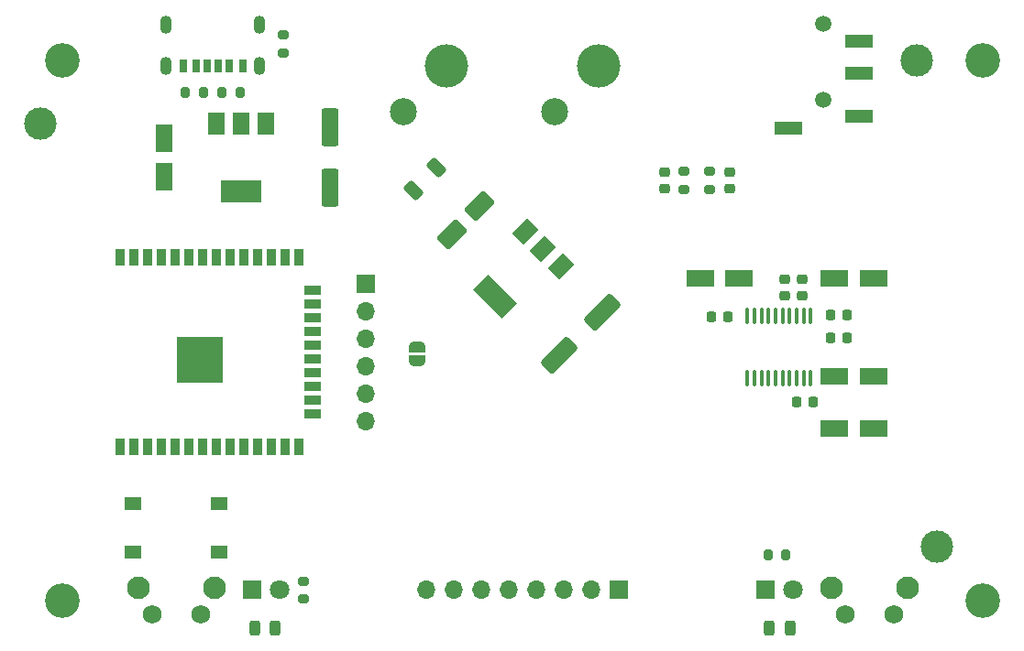
<source format=gts>
G04 #@! TF.GenerationSoftware,KiCad,Pcbnew,7.0.0-da2b9df05c~163~ubuntu22.04.1*
G04 #@! TF.CreationDate,2023-02-20T23:21:24+01:00*
G04 #@! TF.ProjectId,Bluetooth_receiver,426c7565-746f-46f7-9468-5f7265636569,rev?*
G04 #@! TF.SameCoordinates,Original*
G04 #@! TF.FileFunction,Soldermask,Top*
G04 #@! TF.FilePolarity,Negative*
%FSLAX46Y46*%
G04 Gerber Fmt 4.6, Leading zero omitted, Abs format (unit mm)*
G04 Created by KiCad (PCBNEW 7.0.0-da2b9df05c~163~ubuntu22.04.1) date 2023-02-20 23:21:24*
%MOMM*%
%LPD*%
G01*
G04 APERTURE LIST*
G04 Aperture macros list*
%AMRoundRect*
0 Rectangle with rounded corners*
0 $1 Rounding radius*
0 $2 $3 $4 $5 $6 $7 $8 $9 X,Y pos of 4 corners*
0 Add a 4 corners polygon primitive as box body*
4,1,4,$2,$3,$4,$5,$6,$7,$8,$9,$2,$3,0*
0 Add four circle primitives for the rounded corners*
1,1,$1+$1,$2,$3*
1,1,$1+$1,$4,$5*
1,1,$1+$1,$6,$7*
1,1,$1+$1,$8,$9*
0 Add four rect primitives between the rounded corners*
20,1,$1+$1,$2,$3,$4,$5,0*
20,1,$1+$1,$4,$5,$6,$7,0*
20,1,$1+$1,$6,$7,$8,$9,0*
20,1,$1+$1,$8,$9,$2,$3,0*%
%AMRotRect*
0 Rectangle, with rotation*
0 The origin of the aperture is its center*
0 $1 length*
0 $2 width*
0 $3 Rotation angle, in degrees counterclockwise*
0 Add horizontal line*
21,1,$1,$2,0,0,$3*%
%AMFreePoly0*
4,1,19,0.500000,-0.750000,0.000000,-0.750000,0.000000,-0.744911,-0.071157,-0.744911,-0.207708,-0.704816,-0.327430,-0.627875,-0.420627,-0.520320,-0.479746,-0.390866,-0.500000,-0.250000,-0.500000,0.250000,-0.479746,0.390866,-0.420627,0.520320,-0.327430,0.627875,-0.207708,0.704816,-0.071157,0.744911,0.000000,0.744911,0.000000,0.750000,0.500000,0.750000,0.500000,-0.750000,0.500000,-0.750000,
$1*%
%AMFreePoly1*
4,1,19,0.000000,0.744911,0.071157,0.744911,0.207708,0.704816,0.327430,0.627875,0.420627,0.520320,0.479746,0.390866,0.500000,0.250000,0.500000,-0.250000,0.479746,-0.390866,0.420627,-0.520320,0.327430,-0.627875,0.207708,-0.704816,0.071157,-0.744911,0.000000,-0.744911,0.000000,-0.750000,-0.500000,-0.750000,-0.500000,0.750000,0.000000,0.750000,0.000000,0.744911,0.000000,0.744911,
$1*%
G04 Aperture macros list end*
%ADD10C,3.000000*%
%ADD11RoundRect,0.243750X-0.243750X-0.456250X0.243750X-0.456250X0.243750X0.456250X-0.243750X0.456250X0*%
%ADD12R,0.700000X1.200000*%
%ADD13R,0.760000X1.200000*%
%ADD14R,0.800000X1.200000*%
%ADD15O,1.100000X1.700000*%
%ADD16RoundRect,0.250000X-1.050000X-0.550000X1.050000X-0.550000X1.050000X0.550000X-1.050000X0.550000X0*%
%ADD17C,3.200000*%
%ADD18RoundRect,0.200000X-0.275000X0.200000X-0.275000X-0.200000X0.275000X-0.200000X0.275000X0.200000X0*%
%ADD19R,1.500000X2.000000*%
%ADD20R,3.800000X2.000000*%
%ADD21C,2.500000*%
%ADD22C,4.000000*%
%ADD23RoundRect,0.225000X-0.250000X0.225000X-0.250000X-0.225000X0.250000X-0.225000X0.250000X0.225000X0*%
%ADD24RoundRect,0.225000X0.225000X0.250000X-0.225000X0.250000X-0.225000X-0.250000X0.225000X-0.250000X0*%
%ADD25RoundRect,0.200000X0.200000X0.275000X-0.200000X0.275000X-0.200000X-0.275000X0.200000X-0.275000X0*%
%ADD26RoundRect,0.200000X0.275000X-0.200000X0.275000X0.200000X-0.275000X0.200000X-0.275000X-0.200000X0*%
%ADD27RoundRect,0.250000X0.550000X-1.500000X0.550000X1.500000X-0.550000X1.500000X-0.550000X-1.500000X0*%
%ADD28RoundRect,0.225000X-0.225000X-0.250000X0.225000X-0.250000X0.225000X0.250000X-0.225000X0.250000X0*%
%ADD29RotRect,2.000000X1.500000X225.000000*%
%ADD30RotRect,2.000000X3.800000X225.000000*%
%ADD31RoundRect,0.250000X0.353553X1.131371X-1.131371X-0.353553X-0.353553X-1.131371X1.131371X0.353553X0*%
%ADD32RoundRect,0.250000X0.671751X1.449569X-1.449569X-0.671751X-0.671751X-1.449569X1.449569X0.671751X0*%
%ADD33RoundRect,0.225000X0.250000X-0.225000X0.250000X0.225000X-0.250000X0.225000X-0.250000X-0.225000X0*%
%ADD34C,2.100000*%
%ADD35C,1.750000*%
%ADD36FreePoly0,90.000000*%
%ADD37FreePoly1,90.000000*%
%ADD38RoundRect,0.250000X0.220971X-0.662913X0.662913X-0.220971X-0.220971X0.662913X-0.662913X0.220971X0*%
%ADD39C,1.500000*%
%ADD40R,2.500000X1.200000*%
%ADD41R,1.800000X1.800000*%
%ADD42C,1.800000*%
%ADD43R,1.700000X1.700000*%
%ADD44O,1.700000X1.700000*%
%ADD45RoundRect,0.250000X1.050000X0.550000X-1.050000X0.550000X-1.050000X-0.550000X1.050000X-0.550000X0*%
%ADD46RoundRect,0.100000X-0.100000X0.637500X-0.100000X-0.637500X0.100000X-0.637500X0.100000X0.637500X0*%
%ADD47R,0.900000X1.500000*%
%ADD48R,1.500000X0.900000*%
%ADD49C,0.600000*%
%ADD50R,4.200000X4.200000*%
%ADD51RoundRect,0.200000X-0.200000X-0.275000X0.200000X-0.275000X0.200000X0.275000X-0.200000X0.275000X0*%
%ADD52R,1.550000X1.300000*%
%ADD53RoundRect,0.250000X0.550000X-1.050000X0.550000X1.050000X-0.550000X1.050000X-0.550000X-1.050000X0*%
G04 APERTURE END LIST*
D10*
G04 #@! TO.C,FID3*
X36400000Y25000000D03*
G04 #@! TD*
D11*
G04 #@! TO.C,D3*
X-24687500Y-27500000D03*
X-22812500Y-27500000D03*
G04 #@! TD*
D12*
G04 #@! TO.C,J1*
X-28099999Y24499999D03*
D13*
X-30119999Y24499999D03*
D14*
X-31349999Y24499999D03*
D12*
X-29099999Y24499999D03*
D13*
X-27079999Y24499999D03*
D14*
X-25849999Y24499999D03*
D15*
X-24279999Y24499999D03*
X-24279999Y28299999D03*
X-32919999Y24499999D03*
X-32919999Y28299999D03*
G04 #@! TD*
D16*
G04 #@! TO.C,C8*
X28800000Y-4200000D03*
X32400000Y-4200000D03*
G04 #@! TD*
D17*
G04 #@! TO.C,H3*
X42500000Y-25000000D03*
G04 #@! TD*
D11*
G04 #@! TO.C,D4*
X22812500Y-27500000D03*
X24687500Y-27500000D03*
G04 #@! TD*
D18*
G04 #@! TO.C,R1*
X-22100000Y27325000D03*
X-22100000Y25675000D03*
G04 #@! TD*
D19*
G04 #@! TO.C,U2*
X-23699999Y19149999D03*
X-25999999Y19149999D03*
D20*
X-25999999Y12849999D03*
D19*
X-28299999Y19149999D03*
G04 #@! TD*
D18*
G04 #@! TO.C,R7*
X14900000Y14725000D03*
X14900000Y13075000D03*
G04 #@! TD*
D21*
G04 #@! TO.C,J5*
X3000000Y20260000D03*
X-11000000Y20260000D03*
D22*
X-7000000Y24500000D03*
X7000000Y24500000D03*
G04 #@! TD*
D23*
G04 #@! TO.C,C14*
X13100000Y14675000D03*
X13100000Y13125000D03*
G04 #@! TD*
D24*
G04 #@! TO.C,C15*
X18975000Y1300000D03*
X17425000Y1300000D03*
G04 #@! TD*
D25*
G04 #@! TO.C,R5*
X24325000Y-20750000D03*
X22675000Y-20750000D03*
G04 #@! TD*
D17*
G04 #@! TO.C,H1*
X-42500000Y25000000D03*
G04 #@! TD*
D26*
G04 #@! TO.C,R4*
X-20250000Y-24825000D03*
X-20250000Y-23175000D03*
G04 #@! TD*
D23*
G04 #@! TO.C,C12*
X19100000Y14675000D03*
X19100000Y13125000D03*
G04 #@! TD*
D27*
G04 #@! TO.C,C3*
X-17800000Y13200000D03*
X-17800000Y18800000D03*
G04 #@! TD*
D28*
G04 #@! TO.C,C5*
X28425000Y1400000D03*
X29975000Y1400000D03*
G04 #@! TD*
D29*
G04 #@! TO.C,U3*
X3522003Y5924440D03*
X1895657Y7550785D03*
D30*
X-2559113Y3096013D03*
D29*
X269312Y9177131D03*
G04 #@! TD*
D31*
G04 #@! TO.C,C2*
X-3937973Y11475230D03*
X-6483557Y8929646D03*
G04 #@! TD*
D32*
G04 #@! TO.C,C4*
X7379899Y1679899D03*
X3420101Y-2279899D03*
G04 #@! TD*
D28*
G04 #@! TO.C,C11*
X25325000Y-6600000D03*
X26875000Y-6600000D03*
G04 #@! TD*
D33*
G04 #@! TO.C,C10*
X24200000Y3225000D03*
X24200000Y4775000D03*
G04 #@! TD*
D34*
G04 #@! TO.C,SW1*
X35525000Y-23797500D03*
X28515000Y-23797500D03*
D35*
X34275000Y-26287500D03*
X29775000Y-26287500D03*
G04 #@! TD*
D36*
G04 #@! TO.C,JP1*
X-9750000Y-2800000D03*
D37*
X-9750000Y-1500000D03*
G04 #@! TD*
D17*
G04 #@! TO.C,H2*
X42500000Y25000000D03*
G04 #@! TD*
D33*
G04 #@! TO.C,C9*
X25800000Y3225000D03*
X25800000Y4775000D03*
G04 #@! TD*
D38*
G04 #@! TO.C,R8*
X-10034144Y12965856D03*
X-7965856Y15034144D03*
G04 #@! TD*
D39*
G04 #@! TO.C,J4*
X27800000Y28375000D03*
X27800000Y21375000D03*
D40*
X31049999Y23774999D03*
X31049999Y26774999D03*
X24549999Y18674999D03*
X31049999Y19774999D03*
G04 #@! TD*
D41*
G04 #@! TO.C,D1*
X-24999999Y-23999999D03*
D42*
X-22460000Y-24000000D03*
G04 #@! TD*
D16*
G04 #@! TO.C,C7*
X28800000Y4800000D03*
X32400000Y4800000D03*
G04 #@! TD*
D43*
G04 #@! TO.C,J3*
X-14499999Y4349999D03*
D44*
X-14499999Y1809999D03*
X-14499999Y-729999D03*
X-14499999Y-3269999D03*
X-14499999Y-5809999D03*
X-14499999Y-8349999D03*
G04 #@! TD*
D45*
G04 #@! TO.C,C16*
X20000000Y4800000D03*
X16400000Y4800000D03*
G04 #@! TD*
D10*
G04 #@! TO.C,FID1*
X-44500000Y19100000D03*
G04 #@! TD*
D46*
G04 #@! TO.C,U4*
X26625000Y1362500D03*
X25975000Y1362500D03*
X25325000Y1362500D03*
X24675000Y1362500D03*
X24025000Y1362500D03*
X23375000Y1362500D03*
X22725000Y1362500D03*
X22075000Y1362500D03*
X21425000Y1362500D03*
X20775000Y1362500D03*
X20775000Y-4362500D03*
X21425000Y-4362500D03*
X22075000Y-4362500D03*
X22725000Y-4362500D03*
X23375000Y-4362500D03*
X24025000Y-4362500D03*
X24675000Y-4362500D03*
X25325000Y-4362500D03*
X25975000Y-4362500D03*
X26625000Y-4362500D03*
G04 #@! TD*
D16*
G04 #@! TO.C,C13*
X28800000Y-9100000D03*
X32400000Y-9100000D03*
G04 #@! TD*
D47*
G04 #@! TO.C,U1*
X-37134999Y-10749999D03*
X-35864999Y-10749999D03*
X-34594999Y-10749999D03*
X-33324999Y-10749999D03*
X-32054999Y-10749999D03*
X-30784999Y-10749999D03*
X-29514999Y-10749999D03*
X-28244999Y-10749999D03*
X-26974999Y-10749999D03*
X-25704999Y-10749999D03*
X-24434999Y-10749999D03*
X-23164999Y-10749999D03*
X-21894999Y-10749999D03*
X-20624999Y-10749999D03*
D48*
X-19374999Y-7709999D03*
X-19374999Y-6439999D03*
X-19374999Y-5169999D03*
X-19374999Y-3899999D03*
X-19374999Y-2629999D03*
X-19374999Y-1359999D03*
X-19374999Y-89999D03*
X-19374999Y1179999D03*
X-19374999Y2449999D03*
X-19374999Y3719999D03*
D47*
X-20624999Y6749999D03*
X-21894999Y6749999D03*
X-23164999Y6749999D03*
X-24434999Y6749999D03*
X-25704999Y6749999D03*
X-26974999Y6749999D03*
X-28244999Y6749999D03*
X-29514999Y6749999D03*
X-30784999Y6749999D03*
X-32054999Y6749999D03*
X-33324999Y6749999D03*
X-34594999Y6749999D03*
X-35864999Y6749999D03*
X-37134999Y6749999D03*
D49*
X-30557500Y-4205000D03*
X-29032500Y-4205000D03*
X-31320000Y-3442500D03*
X-29795000Y-3442500D03*
X-28270000Y-3442500D03*
X-30557500Y-2680000D03*
D50*
X-29794999Y-2679999D03*
D49*
X-29032500Y-2680000D03*
X-31320000Y-1917500D03*
X-29795000Y-1917500D03*
X-28270000Y-1917500D03*
X-30557500Y-1155000D03*
X-29032500Y-1155000D03*
G04 #@! TD*
D51*
G04 #@! TO.C,R3*
X-27725000Y22000000D03*
X-26075000Y22000000D03*
G04 #@! TD*
D41*
G04 #@! TO.C,D2*
X22459999Y-23999999D03*
D42*
X25000000Y-24000000D03*
G04 #@! TD*
D25*
G04 #@! TO.C,R2*
X-29475000Y22000000D03*
X-31125000Y22000000D03*
G04 #@! TD*
D52*
G04 #@! TO.C,SW3*
X-35974999Y-15999999D03*
X-28024999Y-15999999D03*
X-35974999Y-20499999D03*
X-28024999Y-20499999D03*
G04 #@! TD*
D17*
G04 #@! TO.C,H4*
X-42500000Y-25000000D03*
G04 #@! TD*
D10*
G04 #@! TO.C,FID2*
X38300000Y-20000000D03*
G04 #@! TD*
D28*
G04 #@! TO.C,C6*
X28425000Y-700000D03*
X29975000Y-700000D03*
G04 #@! TD*
D53*
G04 #@! TO.C,C1*
X-33100000Y14200000D03*
X-33100000Y17800000D03*
G04 #@! TD*
D18*
G04 #@! TO.C,R6*
X17300000Y14725000D03*
X17300000Y13075000D03*
G04 #@! TD*
D34*
G04 #@! TO.C,SW2*
X-28475000Y-23797500D03*
X-35485000Y-23797500D03*
D35*
X-29725000Y-26287500D03*
X-34225000Y-26287500D03*
G04 #@! TD*
D43*
G04 #@! TO.C,J2*
X8874999Y-23999999D03*
D44*
X6334999Y-23999999D03*
X3794999Y-23999999D03*
X1254999Y-23999999D03*
X-1284999Y-23999999D03*
X-3824999Y-23999999D03*
X-6364999Y-23999999D03*
X-8904999Y-23999999D03*
G04 #@! TD*
M02*

</source>
